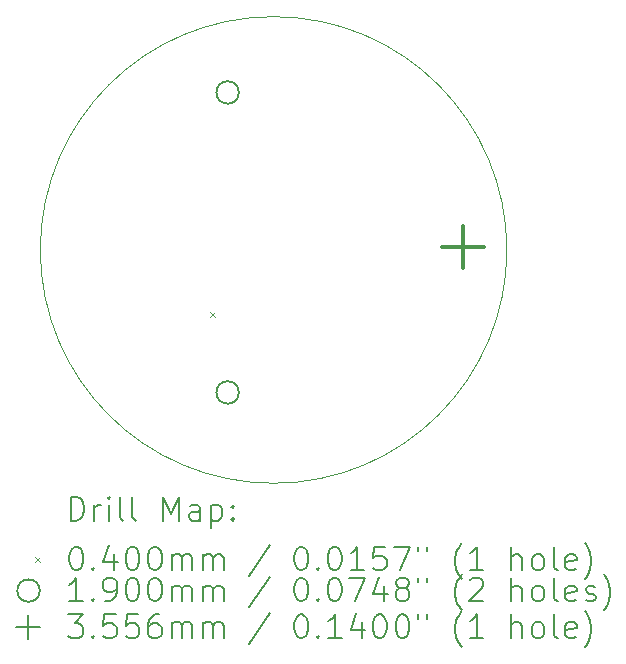
<source format=gbr>
%TF.GenerationSoftware,KiCad,Pcbnew,7.0.5*%
%TF.CreationDate,2024-01-30T00:46:46+01:00*%
%TF.ProjectId,DelaySw,44656c61-7953-4772-9e6b-696361645f70,rev?*%
%TF.SameCoordinates,Original*%
%TF.FileFunction,Drillmap*%
%TF.FilePolarity,Positive*%
%FSLAX45Y45*%
G04 Gerber Fmt 4.5, Leading zero omitted, Abs format (unit mm)*
G04 Created by KiCad (PCBNEW 7.0.5) date 2024-01-30 00:46:46*
%MOMM*%
%LPD*%
G01*
G04 APERTURE LIST*
%ADD10C,0.100000*%
%ADD11C,0.200000*%
%ADD12C,0.040000*%
%ADD13C,0.190000*%
%ADD14C,0.355600*%
G04 APERTURE END LIST*
D10*
X6289006Y-4203700D02*
G75*
G03*
X6289006Y-4203700I-1975122J0D01*
G01*
D11*
D12*
X3777300Y-4729800D02*
X3817300Y-4769800D01*
X3817300Y-4729800D02*
X3777300Y-4769800D01*
D13*
X4019900Y-2870200D02*
G75*
G03*
X4019900Y-2870200I-95000J0D01*
G01*
X4019900Y-5410200D02*
G75*
G03*
X4019900Y-5410200I-95000J0D01*
G01*
D14*
X5918200Y-4000500D02*
X5918200Y-4356100D01*
X5740400Y-4178300D02*
X6096000Y-4178300D01*
D11*
X2594539Y-6495305D02*
X2594539Y-6295305D01*
X2594539Y-6295305D02*
X2642158Y-6295305D01*
X2642158Y-6295305D02*
X2670730Y-6304829D01*
X2670730Y-6304829D02*
X2689777Y-6323877D01*
X2689777Y-6323877D02*
X2699301Y-6342924D01*
X2699301Y-6342924D02*
X2708825Y-6381020D01*
X2708825Y-6381020D02*
X2708825Y-6409591D01*
X2708825Y-6409591D02*
X2699301Y-6447686D01*
X2699301Y-6447686D02*
X2689777Y-6466734D01*
X2689777Y-6466734D02*
X2670730Y-6485782D01*
X2670730Y-6485782D02*
X2642158Y-6495305D01*
X2642158Y-6495305D02*
X2594539Y-6495305D01*
X2794539Y-6495305D02*
X2794539Y-6361972D01*
X2794539Y-6400067D02*
X2804063Y-6381020D01*
X2804063Y-6381020D02*
X2813587Y-6371496D01*
X2813587Y-6371496D02*
X2832634Y-6361972D01*
X2832634Y-6361972D02*
X2851682Y-6361972D01*
X2918349Y-6495305D02*
X2918349Y-6361972D01*
X2918349Y-6295305D02*
X2908825Y-6304829D01*
X2908825Y-6304829D02*
X2918349Y-6314353D01*
X2918349Y-6314353D02*
X2927872Y-6304829D01*
X2927872Y-6304829D02*
X2918349Y-6295305D01*
X2918349Y-6295305D02*
X2918349Y-6314353D01*
X3042158Y-6495305D02*
X3023111Y-6485782D01*
X3023111Y-6485782D02*
X3013587Y-6466734D01*
X3013587Y-6466734D02*
X3013587Y-6295305D01*
X3146920Y-6495305D02*
X3127872Y-6485782D01*
X3127872Y-6485782D02*
X3118349Y-6466734D01*
X3118349Y-6466734D02*
X3118349Y-6295305D01*
X3375492Y-6495305D02*
X3375492Y-6295305D01*
X3375492Y-6295305D02*
X3442158Y-6438163D01*
X3442158Y-6438163D02*
X3508825Y-6295305D01*
X3508825Y-6295305D02*
X3508825Y-6495305D01*
X3689777Y-6495305D02*
X3689777Y-6390544D01*
X3689777Y-6390544D02*
X3680253Y-6371496D01*
X3680253Y-6371496D02*
X3661206Y-6361972D01*
X3661206Y-6361972D02*
X3623111Y-6361972D01*
X3623111Y-6361972D02*
X3604063Y-6371496D01*
X3689777Y-6485782D02*
X3670730Y-6495305D01*
X3670730Y-6495305D02*
X3623111Y-6495305D01*
X3623111Y-6495305D02*
X3604063Y-6485782D01*
X3604063Y-6485782D02*
X3594539Y-6466734D01*
X3594539Y-6466734D02*
X3594539Y-6447686D01*
X3594539Y-6447686D02*
X3604063Y-6428639D01*
X3604063Y-6428639D02*
X3623111Y-6419115D01*
X3623111Y-6419115D02*
X3670730Y-6419115D01*
X3670730Y-6419115D02*
X3689777Y-6409591D01*
X3785015Y-6361972D02*
X3785015Y-6561972D01*
X3785015Y-6371496D02*
X3804063Y-6361972D01*
X3804063Y-6361972D02*
X3842158Y-6361972D01*
X3842158Y-6361972D02*
X3861206Y-6371496D01*
X3861206Y-6371496D02*
X3870730Y-6381020D01*
X3870730Y-6381020D02*
X3880253Y-6400067D01*
X3880253Y-6400067D02*
X3880253Y-6457210D01*
X3880253Y-6457210D02*
X3870730Y-6476258D01*
X3870730Y-6476258D02*
X3861206Y-6485782D01*
X3861206Y-6485782D02*
X3842158Y-6495305D01*
X3842158Y-6495305D02*
X3804063Y-6495305D01*
X3804063Y-6495305D02*
X3785015Y-6485782D01*
X3965968Y-6476258D02*
X3975492Y-6485782D01*
X3975492Y-6485782D02*
X3965968Y-6495305D01*
X3965968Y-6495305D02*
X3956444Y-6485782D01*
X3956444Y-6485782D02*
X3965968Y-6476258D01*
X3965968Y-6476258D02*
X3965968Y-6495305D01*
X3965968Y-6371496D02*
X3975492Y-6381020D01*
X3975492Y-6381020D02*
X3965968Y-6390544D01*
X3965968Y-6390544D02*
X3956444Y-6381020D01*
X3956444Y-6381020D02*
X3965968Y-6371496D01*
X3965968Y-6371496D02*
X3965968Y-6390544D01*
D12*
X2293762Y-6803822D02*
X2333762Y-6843822D01*
X2333762Y-6803822D02*
X2293762Y-6843822D01*
D11*
X2632634Y-6715305D02*
X2651682Y-6715305D01*
X2651682Y-6715305D02*
X2670730Y-6724829D01*
X2670730Y-6724829D02*
X2680254Y-6734353D01*
X2680254Y-6734353D02*
X2689777Y-6753401D01*
X2689777Y-6753401D02*
X2699301Y-6791496D01*
X2699301Y-6791496D02*
X2699301Y-6839115D01*
X2699301Y-6839115D02*
X2689777Y-6877210D01*
X2689777Y-6877210D02*
X2680254Y-6896258D01*
X2680254Y-6896258D02*
X2670730Y-6905782D01*
X2670730Y-6905782D02*
X2651682Y-6915305D01*
X2651682Y-6915305D02*
X2632634Y-6915305D01*
X2632634Y-6915305D02*
X2613587Y-6905782D01*
X2613587Y-6905782D02*
X2604063Y-6896258D01*
X2604063Y-6896258D02*
X2594539Y-6877210D01*
X2594539Y-6877210D02*
X2585015Y-6839115D01*
X2585015Y-6839115D02*
X2585015Y-6791496D01*
X2585015Y-6791496D02*
X2594539Y-6753401D01*
X2594539Y-6753401D02*
X2604063Y-6734353D01*
X2604063Y-6734353D02*
X2613587Y-6724829D01*
X2613587Y-6724829D02*
X2632634Y-6715305D01*
X2785015Y-6896258D02*
X2794539Y-6905782D01*
X2794539Y-6905782D02*
X2785015Y-6915305D01*
X2785015Y-6915305D02*
X2775492Y-6905782D01*
X2775492Y-6905782D02*
X2785015Y-6896258D01*
X2785015Y-6896258D02*
X2785015Y-6915305D01*
X2965968Y-6781972D02*
X2965968Y-6915305D01*
X2918349Y-6705782D02*
X2870730Y-6848639D01*
X2870730Y-6848639D02*
X2994539Y-6848639D01*
X3108825Y-6715305D02*
X3127873Y-6715305D01*
X3127873Y-6715305D02*
X3146920Y-6724829D01*
X3146920Y-6724829D02*
X3156444Y-6734353D01*
X3156444Y-6734353D02*
X3165968Y-6753401D01*
X3165968Y-6753401D02*
X3175492Y-6791496D01*
X3175492Y-6791496D02*
X3175492Y-6839115D01*
X3175492Y-6839115D02*
X3165968Y-6877210D01*
X3165968Y-6877210D02*
X3156444Y-6896258D01*
X3156444Y-6896258D02*
X3146920Y-6905782D01*
X3146920Y-6905782D02*
X3127873Y-6915305D01*
X3127873Y-6915305D02*
X3108825Y-6915305D01*
X3108825Y-6915305D02*
X3089777Y-6905782D01*
X3089777Y-6905782D02*
X3080253Y-6896258D01*
X3080253Y-6896258D02*
X3070730Y-6877210D01*
X3070730Y-6877210D02*
X3061206Y-6839115D01*
X3061206Y-6839115D02*
X3061206Y-6791496D01*
X3061206Y-6791496D02*
X3070730Y-6753401D01*
X3070730Y-6753401D02*
X3080253Y-6734353D01*
X3080253Y-6734353D02*
X3089777Y-6724829D01*
X3089777Y-6724829D02*
X3108825Y-6715305D01*
X3299301Y-6715305D02*
X3318349Y-6715305D01*
X3318349Y-6715305D02*
X3337396Y-6724829D01*
X3337396Y-6724829D02*
X3346920Y-6734353D01*
X3346920Y-6734353D02*
X3356444Y-6753401D01*
X3356444Y-6753401D02*
X3365968Y-6791496D01*
X3365968Y-6791496D02*
X3365968Y-6839115D01*
X3365968Y-6839115D02*
X3356444Y-6877210D01*
X3356444Y-6877210D02*
X3346920Y-6896258D01*
X3346920Y-6896258D02*
X3337396Y-6905782D01*
X3337396Y-6905782D02*
X3318349Y-6915305D01*
X3318349Y-6915305D02*
X3299301Y-6915305D01*
X3299301Y-6915305D02*
X3280253Y-6905782D01*
X3280253Y-6905782D02*
X3270730Y-6896258D01*
X3270730Y-6896258D02*
X3261206Y-6877210D01*
X3261206Y-6877210D02*
X3251682Y-6839115D01*
X3251682Y-6839115D02*
X3251682Y-6791496D01*
X3251682Y-6791496D02*
X3261206Y-6753401D01*
X3261206Y-6753401D02*
X3270730Y-6734353D01*
X3270730Y-6734353D02*
X3280253Y-6724829D01*
X3280253Y-6724829D02*
X3299301Y-6715305D01*
X3451682Y-6915305D02*
X3451682Y-6781972D01*
X3451682Y-6801020D02*
X3461206Y-6791496D01*
X3461206Y-6791496D02*
X3480253Y-6781972D01*
X3480253Y-6781972D02*
X3508825Y-6781972D01*
X3508825Y-6781972D02*
X3527873Y-6791496D01*
X3527873Y-6791496D02*
X3537396Y-6810544D01*
X3537396Y-6810544D02*
X3537396Y-6915305D01*
X3537396Y-6810544D02*
X3546920Y-6791496D01*
X3546920Y-6791496D02*
X3565968Y-6781972D01*
X3565968Y-6781972D02*
X3594539Y-6781972D01*
X3594539Y-6781972D02*
X3613587Y-6791496D01*
X3613587Y-6791496D02*
X3623111Y-6810544D01*
X3623111Y-6810544D02*
X3623111Y-6915305D01*
X3718349Y-6915305D02*
X3718349Y-6781972D01*
X3718349Y-6801020D02*
X3727873Y-6791496D01*
X3727873Y-6791496D02*
X3746920Y-6781972D01*
X3746920Y-6781972D02*
X3775492Y-6781972D01*
X3775492Y-6781972D02*
X3794539Y-6791496D01*
X3794539Y-6791496D02*
X3804063Y-6810544D01*
X3804063Y-6810544D02*
X3804063Y-6915305D01*
X3804063Y-6810544D02*
X3813587Y-6791496D01*
X3813587Y-6791496D02*
X3832634Y-6781972D01*
X3832634Y-6781972D02*
X3861206Y-6781972D01*
X3861206Y-6781972D02*
X3880254Y-6791496D01*
X3880254Y-6791496D02*
X3889777Y-6810544D01*
X3889777Y-6810544D02*
X3889777Y-6915305D01*
X4280254Y-6705782D02*
X4108825Y-6962924D01*
X4537397Y-6715305D02*
X4556444Y-6715305D01*
X4556444Y-6715305D02*
X4575492Y-6724829D01*
X4575492Y-6724829D02*
X4585016Y-6734353D01*
X4585016Y-6734353D02*
X4594539Y-6753401D01*
X4594539Y-6753401D02*
X4604063Y-6791496D01*
X4604063Y-6791496D02*
X4604063Y-6839115D01*
X4604063Y-6839115D02*
X4594539Y-6877210D01*
X4594539Y-6877210D02*
X4585016Y-6896258D01*
X4585016Y-6896258D02*
X4575492Y-6905782D01*
X4575492Y-6905782D02*
X4556444Y-6915305D01*
X4556444Y-6915305D02*
X4537397Y-6915305D01*
X4537397Y-6915305D02*
X4518349Y-6905782D01*
X4518349Y-6905782D02*
X4508825Y-6896258D01*
X4508825Y-6896258D02*
X4499301Y-6877210D01*
X4499301Y-6877210D02*
X4489778Y-6839115D01*
X4489778Y-6839115D02*
X4489778Y-6791496D01*
X4489778Y-6791496D02*
X4499301Y-6753401D01*
X4499301Y-6753401D02*
X4508825Y-6734353D01*
X4508825Y-6734353D02*
X4518349Y-6724829D01*
X4518349Y-6724829D02*
X4537397Y-6715305D01*
X4689778Y-6896258D02*
X4699301Y-6905782D01*
X4699301Y-6905782D02*
X4689778Y-6915305D01*
X4689778Y-6915305D02*
X4680254Y-6905782D01*
X4680254Y-6905782D02*
X4689778Y-6896258D01*
X4689778Y-6896258D02*
X4689778Y-6915305D01*
X4823111Y-6715305D02*
X4842159Y-6715305D01*
X4842159Y-6715305D02*
X4861206Y-6724829D01*
X4861206Y-6724829D02*
X4870730Y-6734353D01*
X4870730Y-6734353D02*
X4880254Y-6753401D01*
X4880254Y-6753401D02*
X4889778Y-6791496D01*
X4889778Y-6791496D02*
X4889778Y-6839115D01*
X4889778Y-6839115D02*
X4880254Y-6877210D01*
X4880254Y-6877210D02*
X4870730Y-6896258D01*
X4870730Y-6896258D02*
X4861206Y-6905782D01*
X4861206Y-6905782D02*
X4842159Y-6915305D01*
X4842159Y-6915305D02*
X4823111Y-6915305D01*
X4823111Y-6915305D02*
X4804063Y-6905782D01*
X4804063Y-6905782D02*
X4794539Y-6896258D01*
X4794539Y-6896258D02*
X4785016Y-6877210D01*
X4785016Y-6877210D02*
X4775492Y-6839115D01*
X4775492Y-6839115D02*
X4775492Y-6791496D01*
X4775492Y-6791496D02*
X4785016Y-6753401D01*
X4785016Y-6753401D02*
X4794539Y-6734353D01*
X4794539Y-6734353D02*
X4804063Y-6724829D01*
X4804063Y-6724829D02*
X4823111Y-6715305D01*
X5080254Y-6915305D02*
X4965968Y-6915305D01*
X5023111Y-6915305D02*
X5023111Y-6715305D01*
X5023111Y-6715305D02*
X5004063Y-6743877D01*
X5004063Y-6743877D02*
X4985016Y-6762924D01*
X4985016Y-6762924D02*
X4965968Y-6772448D01*
X5261206Y-6715305D02*
X5165968Y-6715305D01*
X5165968Y-6715305D02*
X5156444Y-6810544D01*
X5156444Y-6810544D02*
X5165968Y-6801020D01*
X5165968Y-6801020D02*
X5185016Y-6791496D01*
X5185016Y-6791496D02*
X5232635Y-6791496D01*
X5232635Y-6791496D02*
X5251682Y-6801020D01*
X5251682Y-6801020D02*
X5261206Y-6810544D01*
X5261206Y-6810544D02*
X5270730Y-6829591D01*
X5270730Y-6829591D02*
X5270730Y-6877210D01*
X5270730Y-6877210D02*
X5261206Y-6896258D01*
X5261206Y-6896258D02*
X5251682Y-6905782D01*
X5251682Y-6905782D02*
X5232635Y-6915305D01*
X5232635Y-6915305D02*
X5185016Y-6915305D01*
X5185016Y-6915305D02*
X5165968Y-6905782D01*
X5165968Y-6905782D02*
X5156444Y-6896258D01*
X5337397Y-6715305D02*
X5470730Y-6715305D01*
X5470730Y-6715305D02*
X5385016Y-6915305D01*
X5537397Y-6715305D02*
X5537397Y-6753401D01*
X5613587Y-6715305D02*
X5613587Y-6753401D01*
X5908825Y-6991496D02*
X5899301Y-6981972D01*
X5899301Y-6981972D02*
X5880254Y-6953401D01*
X5880254Y-6953401D02*
X5870730Y-6934353D01*
X5870730Y-6934353D02*
X5861206Y-6905782D01*
X5861206Y-6905782D02*
X5851682Y-6858163D01*
X5851682Y-6858163D02*
X5851682Y-6820067D01*
X5851682Y-6820067D02*
X5861206Y-6772448D01*
X5861206Y-6772448D02*
X5870730Y-6743877D01*
X5870730Y-6743877D02*
X5880254Y-6724829D01*
X5880254Y-6724829D02*
X5899301Y-6696258D01*
X5899301Y-6696258D02*
X5908825Y-6686734D01*
X6089778Y-6915305D02*
X5975492Y-6915305D01*
X6032635Y-6915305D02*
X6032635Y-6715305D01*
X6032635Y-6715305D02*
X6013587Y-6743877D01*
X6013587Y-6743877D02*
X5994539Y-6762924D01*
X5994539Y-6762924D02*
X5975492Y-6772448D01*
X6327873Y-6915305D02*
X6327873Y-6715305D01*
X6413587Y-6915305D02*
X6413587Y-6810544D01*
X6413587Y-6810544D02*
X6404063Y-6791496D01*
X6404063Y-6791496D02*
X6385016Y-6781972D01*
X6385016Y-6781972D02*
X6356444Y-6781972D01*
X6356444Y-6781972D02*
X6337397Y-6791496D01*
X6337397Y-6791496D02*
X6327873Y-6801020D01*
X6537397Y-6915305D02*
X6518349Y-6905782D01*
X6518349Y-6905782D02*
X6508825Y-6896258D01*
X6508825Y-6896258D02*
X6499301Y-6877210D01*
X6499301Y-6877210D02*
X6499301Y-6820067D01*
X6499301Y-6820067D02*
X6508825Y-6801020D01*
X6508825Y-6801020D02*
X6518349Y-6791496D01*
X6518349Y-6791496D02*
X6537397Y-6781972D01*
X6537397Y-6781972D02*
X6565968Y-6781972D01*
X6565968Y-6781972D02*
X6585016Y-6791496D01*
X6585016Y-6791496D02*
X6594540Y-6801020D01*
X6594540Y-6801020D02*
X6604063Y-6820067D01*
X6604063Y-6820067D02*
X6604063Y-6877210D01*
X6604063Y-6877210D02*
X6594540Y-6896258D01*
X6594540Y-6896258D02*
X6585016Y-6905782D01*
X6585016Y-6905782D02*
X6565968Y-6915305D01*
X6565968Y-6915305D02*
X6537397Y-6915305D01*
X6718349Y-6915305D02*
X6699301Y-6905782D01*
X6699301Y-6905782D02*
X6689778Y-6886734D01*
X6689778Y-6886734D02*
X6689778Y-6715305D01*
X6870730Y-6905782D02*
X6851682Y-6915305D01*
X6851682Y-6915305D02*
X6813587Y-6915305D01*
X6813587Y-6915305D02*
X6794540Y-6905782D01*
X6794540Y-6905782D02*
X6785016Y-6886734D01*
X6785016Y-6886734D02*
X6785016Y-6810544D01*
X6785016Y-6810544D02*
X6794540Y-6791496D01*
X6794540Y-6791496D02*
X6813587Y-6781972D01*
X6813587Y-6781972D02*
X6851682Y-6781972D01*
X6851682Y-6781972D02*
X6870730Y-6791496D01*
X6870730Y-6791496D02*
X6880254Y-6810544D01*
X6880254Y-6810544D02*
X6880254Y-6829591D01*
X6880254Y-6829591D02*
X6785016Y-6848639D01*
X6946921Y-6991496D02*
X6956444Y-6981972D01*
X6956444Y-6981972D02*
X6975492Y-6953401D01*
X6975492Y-6953401D02*
X6985016Y-6934353D01*
X6985016Y-6934353D02*
X6994540Y-6905782D01*
X6994540Y-6905782D02*
X7004063Y-6858163D01*
X7004063Y-6858163D02*
X7004063Y-6820067D01*
X7004063Y-6820067D02*
X6994540Y-6772448D01*
X6994540Y-6772448D02*
X6985016Y-6743877D01*
X6985016Y-6743877D02*
X6975492Y-6724829D01*
X6975492Y-6724829D02*
X6956444Y-6696258D01*
X6956444Y-6696258D02*
X6946921Y-6686734D01*
D13*
X2333762Y-7087822D02*
G75*
G03*
X2333762Y-7087822I-95000J0D01*
G01*
D11*
X2699301Y-7179305D02*
X2585015Y-7179305D01*
X2642158Y-7179305D02*
X2642158Y-6979305D01*
X2642158Y-6979305D02*
X2623111Y-7007877D01*
X2623111Y-7007877D02*
X2604063Y-7026924D01*
X2604063Y-7026924D02*
X2585015Y-7036448D01*
X2785015Y-7160258D02*
X2794539Y-7169782D01*
X2794539Y-7169782D02*
X2785015Y-7179305D01*
X2785015Y-7179305D02*
X2775492Y-7169782D01*
X2775492Y-7169782D02*
X2785015Y-7160258D01*
X2785015Y-7160258D02*
X2785015Y-7179305D01*
X2889777Y-7179305D02*
X2927872Y-7179305D01*
X2927872Y-7179305D02*
X2946920Y-7169782D01*
X2946920Y-7169782D02*
X2956444Y-7160258D01*
X2956444Y-7160258D02*
X2975492Y-7131686D01*
X2975492Y-7131686D02*
X2985015Y-7093591D01*
X2985015Y-7093591D02*
X2985015Y-7017401D01*
X2985015Y-7017401D02*
X2975492Y-6998353D01*
X2975492Y-6998353D02*
X2965968Y-6988829D01*
X2965968Y-6988829D02*
X2946920Y-6979305D01*
X2946920Y-6979305D02*
X2908825Y-6979305D01*
X2908825Y-6979305D02*
X2889777Y-6988829D01*
X2889777Y-6988829D02*
X2880253Y-6998353D01*
X2880253Y-6998353D02*
X2870730Y-7017401D01*
X2870730Y-7017401D02*
X2870730Y-7065020D01*
X2870730Y-7065020D02*
X2880253Y-7084067D01*
X2880253Y-7084067D02*
X2889777Y-7093591D01*
X2889777Y-7093591D02*
X2908825Y-7103115D01*
X2908825Y-7103115D02*
X2946920Y-7103115D01*
X2946920Y-7103115D02*
X2965968Y-7093591D01*
X2965968Y-7093591D02*
X2975492Y-7084067D01*
X2975492Y-7084067D02*
X2985015Y-7065020D01*
X3108825Y-6979305D02*
X3127873Y-6979305D01*
X3127873Y-6979305D02*
X3146920Y-6988829D01*
X3146920Y-6988829D02*
X3156444Y-6998353D01*
X3156444Y-6998353D02*
X3165968Y-7017401D01*
X3165968Y-7017401D02*
X3175492Y-7055496D01*
X3175492Y-7055496D02*
X3175492Y-7103115D01*
X3175492Y-7103115D02*
X3165968Y-7141210D01*
X3165968Y-7141210D02*
X3156444Y-7160258D01*
X3156444Y-7160258D02*
X3146920Y-7169782D01*
X3146920Y-7169782D02*
X3127873Y-7179305D01*
X3127873Y-7179305D02*
X3108825Y-7179305D01*
X3108825Y-7179305D02*
X3089777Y-7169782D01*
X3089777Y-7169782D02*
X3080253Y-7160258D01*
X3080253Y-7160258D02*
X3070730Y-7141210D01*
X3070730Y-7141210D02*
X3061206Y-7103115D01*
X3061206Y-7103115D02*
X3061206Y-7055496D01*
X3061206Y-7055496D02*
X3070730Y-7017401D01*
X3070730Y-7017401D02*
X3080253Y-6998353D01*
X3080253Y-6998353D02*
X3089777Y-6988829D01*
X3089777Y-6988829D02*
X3108825Y-6979305D01*
X3299301Y-6979305D02*
X3318349Y-6979305D01*
X3318349Y-6979305D02*
X3337396Y-6988829D01*
X3337396Y-6988829D02*
X3346920Y-6998353D01*
X3346920Y-6998353D02*
X3356444Y-7017401D01*
X3356444Y-7017401D02*
X3365968Y-7055496D01*
X3365968Y-7055496D02*
X3365968Y-7103115D01*
X3365968Y-7103115D02*
X3356444Y-7141210D01*
X3356444Y-7141210D02*
X3346920Y-7160258D01*
X3346920Y-7160258D02*
X3337396Y-7169782D01*
X3337396Y-7169782D02*
X3318349Y-7179305D01*
X3318349Y-7179305D02*
X3299301Y-7179305D01*
X3299301Y-7179305D02*
X3280253Y-7169782D01*
X3280253Y-7169782D02*
X3270730Y-7160258D01*
X3270730Y-7160258D02*
X3261206Y-7141210D01*
X3261206Y-7141210D02*
X3251682Y-7103115D01*
X3251682Y-7103115D02*
X3251682Y-7055496D01*
X3251682Y-7055496D02*
X3261206Y-7017401D01*
X3261206Y-7017401D02*
X3270730Y-6998353D01*
X3270730Y-6998353D02*
X3280253Y-6988829D01*
X3280253Y-6988829D02*
X3299301Y-6979305D01*
X3451682Y-7179305D02*
X3451682Y-7045972D01*
X3451682Y-7065020D02*
X3461206Y-7055496D01*
X3461206Y-7055496D02*
X3480253Y-7045972D01*
X3480253Y-7045972D02*
X3508825Y-7045972D01*
X3508825Y-7045972D02*
X3527873Y-7055496D01*
X3527873Y-7055496D02*
X3537396Y-7074544D01*
X3537396Y-7074544D02*
X3537396Y-7179305D01*
X3537396Y-7074544D02*
X3546920Y-7055496D01*
X3546920Y-7055496D02*
X3565968Y-7045972D01*
X3565968Y-7045972D02*
X3594539Y-7045972D01*
X3594539Y-7045972D02*
X3613587Y-7055496D01*
X3613587Y-7055496D02*
X3623111Y-7074544D01*
X3623111Y-7074544D02*
X3623111Y-7179305D01*
X3718349Y-7179305D02*
X3718349Y-7045972D01*
X3718349Y-7065020D02*
X3727873Y-7055496D01*
X3727873Y-7055496D02*
X3746920Y-7045972D01*
X3746920Y-7045972D02*
X3775492Y-7045972D01*
X3775492Y-7045972D02*
X3794539Y-7055496D01*
X3794539Y-7055496D02*
X3804063Y-7074544D01*
X3804063Y-7074544D02*
X3804063Y-7179305D01*
X3804063Y-7074544D02*
X3813587Y-7055496D01*
X3813587Y-7055496D02*
X3832634Y-7045972D01*
X3832634Y-7045972D02*
X3861206Y-7045972D01*
X3861206Y-7045972D02*
X3880254Y-7055496D01*
X3880254Y-7055496D02*
X3889777Y-7074544D01*
X3889777Y-7074544D02*
X3889777Y-7179305D01*
X4280254Y-6969782D02*
X4108825Y-7226924D01*
X4537397Y-6979305D02*
X4556444Y-6979305D01*
X4556444Y-6979305D02*
X4575492Y-6988829D01*
X4575492Y-6988829D02*
X4585016Y-6998353D01*
X4585016Y-6998353D02*
X4594539Y-7017401D01*
X4594539Y-7017401D02*
X4604063Y-7055496D01*
X4604063Y-7055496D02*
X4604063Y-7103115D01*
X4604063Y-7103115D02*
X4594539Y-7141210D01*
X4594539Y-7141210D02*
X4585016Y-7160258D01*
X4585016Y-7160258D02*
X4575492Y-7169782D01*
X4575492Y-7169782D02*
X4556444Y-7179305D01*
X4556444Y-7179305D02*
X4537397Y-7179305D01*
X4537397Y-7179305D02*
X4518349Y-7169782D01*
X4518349Y-7169782D02*
X4508825Y-7160258D01*
X4508825Y-7160258D02*
X4499301Y-7141210D01*
X4499301Y-7141210D02*
X4489778Y-7103115D01*
X4489778Y-7103115D02*
X4489778Y-7055496D01*
X4489778Y-7055496D02*
X4499301Y-7017401D01*
X4499301Y-7017401D02*
X4508825Y-6998353D01*
X4508825Y-6998353D02*
X4518349Y-6988829D01*
X4518349Y-6988829D02*
X4537397Y-6979305D01*
X4689778Y-7160258D02*
X4699301Y-7169782D01*
X4699301Y-7169782D02*
X4689778Y-7179305D01*
X4689778Y-7179305D02*
X4680254Y-7169782D01*
X4680254Y-7169782D02*
X4689778Y-7160258D01*
X4689778Y-7160258D02*
X4689778Y-7179305D01*
X4823111Y-6979305D02*
X4842159Y-6979305D01*
X4842159Y-6979305D02*
X4861206Y-6988829D01*
X4861206Y-6988829D02*
X4870730Y-6998353D01*
X4870730Y-6998353D02*
X4880254Y-7017401D01*
X4880254Y-7017401D02*
X4889778Y-7055496D01*
X4889778Y-7055496D02*
X4889778Y-7103115D01*
X4889778Y-7103115D02*
X4880254Y-7141210D01*
X4880254Y-7141210D02*
X4870730Y-7160258D01*
X4870730Y-7160258D02*
X4861206Y-7169782D01*
X4861206Y-7169782D02*
X4842159Y-7179305D01*
X4842159Y-7179305D02*
X4823111Y-7179305D01*
X4823111Y-7179305D02*
X4804063Y-7169782D01*
X4804063Y-7169782D02*
X4794539Y-7160258D01*
X4794539Y-7160258D02*
X4785016Y-7141210D01*
X4785016Y-7141210D02*
X4775492Y-7103115D01*
X4775492Y-7103115D02*
X4775492Y-7055496D01*
X4775492Y-7055496D02*
X4785016Y-7017401D01*
X4785016Y-7017401D02*
X4794539Y-6998353D01*
X4794539Y-6998353D02*
X4804063Y-6988829D01*
X4804063Y-6988829D02*
X4823111Y-6979305D01*
X4956444Y-6979305D02*
X5089778Y-6979305D01*
X5089778Y-6979305D02*
X5004063Y-7179305D01*
X5251682Y-7045972D02*
X5251682Y-7179305D01*
X5204063Y-6969782D02*
X5156444Y-7112639D01*
X5156444Y-7112639D02*
X5280254Y-7112639D01*
X5385016Y-7065020D02*
X5365968Y-7055496D01*
X5365968Y-7055496D02*
X5356444Y-7045972D01*
X5356444Y-7045972D02*
X5346920Y-7026924D01*
X5346920Y-7026924D02*
X5346920Y-7017401D01*
X5346920Y-7017401D02*
X5356444Y-6998353D01*
X5356444Y-6998353D02*
X5365968Y-6988829D01*
X5365968Y-6988829D02*
X5385016Y-6979305D01*
X5385016Y-6979305D02*
X5423111Y-6979305D01*
X5423111Y-6979305D02*
X5442159Y-6988829D01*
X5442159Y-6988829D02*
X5451682Y-6998353D01*
X5451682Y-6998353D02*
X5461206Y-7017401D01*
X5461206Y-7017401D02*
X5461206Y-7026924D01*
X5461206Y-7026924D02*
X5451682Y-7045972D01*
X5451682Y-7045972D02*
X5442159Y-7055496D01*
X5442159Y-7055496D02*
X5423111Y-7065020D01*
X5423111Y-7065020D02*
X5385016Y-7065020D01*
X5385016Y-7065020D02*
X5365968Y-7074544D01*
X5365968Y-7074544D02*
X5356444Y-7084067D01*
X5356444Y-7084067D02*
X5346920Y-7103115D01*
X5346920Y-7103115D02*
X5346920Y-7141210D01*
X5346920Y-7141210D02*
X5356444Y-7160258D01*
X5356444Y-7160258D02*
X5365968Y-7169782D01*
X5365968Y-7169782D02*
X5385016Y-7179305D01*
X5385016Y-7179305D02*
X5423111Y-7179305D01*
X5423111Y-7179305D02*
X5442159Y-7169782D01*
X5442159Y-7169782D02*
X5451682Y-7160258D01*
X5451682Y-7160258D02*
X5461206Y-7141210D01*
X5461206Y-7141210D02*
X5461206Y-7103115D01*
X5461206Y-7103115D02*
X5451682Y-7084067D01*
X5451682Y-7084067D02*
X5442159Y-7074544D01*
X5442159Y-7074544D02*
X5423111Y-7065020D01*
X5537397Y-6979305D02*
X5537397Y-7017401D01*
X5613587Y-6979305D02*
X5613587Y-7017401D01*
X5908825Y-7255496D02*
X5899301Y-7245972D01*
X5899301Y-7245972D02*
X5880254Y-7217401D01*
X5880254Y-7217401D02*
X5870730Y-7198353D01*
X5870730Y-7198353D02*
X5861206Y-7169782D01*
X5861206Y-7169782D02*
X5851682Y-7122163D01*
X5851682Y-7122163D02*
X5851682Y-7084067D01*
X5851682Y-7084067D02*
X5861206Y-7036448D01*
X5861206Y-7036448D02*
X5870730Y-7007877D01*
X5870730Y-7007877D02*
X5880254Y-6988829D01*
X5880254Y-6988829D02*
X5899301Y-6960258D01*
X5899301Y-6960258D02*
X5908825Y-6950734D01*
X5975492Y-6998353D02*
X5985016Y-6988829D01*
X5985016Y-6988829D02*
X6004063Y-6979305D01*
X6004063Y-6979305D02*
X6051682Y-6979305D01*
X6051682Y-6979305D02*
X6070730Y-6988829D01*
X6070730Y-6988829D02*
X6080254Y-6998353D01*
X6080254Y-6998353D02*
X6089778Y-7017401D01*
X6089778Y-7017401D02*
X6089778Y-7036448D01*
X6089778Y-7036448D02*
X6080254Y-7065020D01*
X6080254Y-7065020D02*
X5965968Y-7179305D01*
X5965968Y-7179305D02*
X6089778Y-7179305D01*
X6327873Y-7179305D02*
X6327873Y-6979305D01*
X6413587Y-7179305D02*
X6413587Y-7074544D01*
X6413587Y-7074544D02*
X6404063Y-7055496D01*
X6404063Y-7055496D02*
X6385016Y-7045972D01*
X6385016Y-7045972D02*
X6356444Y-7045972D01*
X6356444Y-7045972D02*
X6337397Y-7055496D01*
X6337397Y-7055496D02*
X6327873Y-7065020D01*
X6537397Y-7179305D02*
X6518349Y-7169782D01*
X6518349Y-7169782D02*
X6508825Y-7160258D01*
X6508825Y-7160258D02*
X6499301Y-7141210D01*
X6499301Y-7141210D02*
X6499301Y-7084067D01*
X6499301Y-7084067D02*
X6508825Y-7065020D01*
X6508825Y-7065020D02*
X6518349Y-7055496D01*
X6518349Y-7055496D02*
X6537397Y-7045972D01*
X6537397Y-7045972D02*
X6565968Y-7045972D01*
X6565968Y-7045972D02*
X6585016Y-7055496D01*
X6585016Y-7055496D02*
X6594540Y-7065020D01*
X6594540Y-7065020D02*
X6604063Y-7084067D01*
X6604063Y-7084067D02*
X6604063Y-7141210D01*
X6604063Y-7141210D02*
X6594540Y-7160258D01*
X6594540Y-7160258D02*
X6585016Y-7169782D01*
X6585016Y-7169782D02*
X6565968Y-7179305D01*
X6565968Y-7179305D02*
X6537397Y-7179305D01*
X6718349Y-7179305D02*
X6699301Y-7169782D01*
X6699301Y-7169782D02*
X6689778Y-7150734D01*
X6689778Y-7150734D02*
X6689778Y-6979305D01*
X6870730Y-7169782D02*
X6851682Y-7179305D01*
X6851682Y-7179305D02*
X6813587Y-7179305D01*
X6813587Y-7179305D02*
X6794540Y-7169782D01*
X6794540Y-7169782D02*
X6785016Y-7150734D01*
X6785016Y-7150734D02*
X6785016Y-7074544D01*
X6785016Y-7074544D02*
X6794540Y-7055496D01*
X6794540Y-7055496D02*
X6813587Y-7045972D01*
X6813587Y-7045972D02*
X6851682Y-7045972D01*
X6851682Y-7045972D02*
X6870730Y-7055496D01*
X6870730Y-7055496D02*
X6880254Y-7074544D01*
X6880254Y-7074544D02*
X6880254Y-7093591D01*
X6880254Y-7093591D02*
X6785016Y-7112639D01*
X6956444Y-7169782D02*
X6975492Y-7179305D01*
X6975492Y-7179305D02*
X7013587Y-7179305D01*
X7013587Y-7179305D02*
X7032635Y-7169782D01*
X7032635Y-7169782D02*
X7042159Y-7150734D01*
X7042159Y-7150734D02*
X7042159Y-7141210D01*
X7042159Y-7141210D02*
X7032635Y-7122163D01*
X7032635Y-7122163D02*
X7013587Y-7112639D01*
X7013587Y-7112639D02*
X6985016Y-7112639D01*
X6985016Y-7112639D02*
X6965968Y-7103115D01*
X6965968Y-7103115D02*
X6956444Y-7084067D01*
X6956444Y-7084067D02*
X6956444Y-7074544D01*
X6956444Y-7074544D02*
X6965968Y-7055496D01*
X6965968Y-7055496D02*
X6985016Y-7045972D01*
X6985016Y-7045972D02*
X7013587Y-7045972D01*
X7013587Y-7045972D02*
X7032635Y-7055496D01*
X7108825Y-7255496D02*
X7118349Y-7245972D01*
X7118349Y-7245972D02*
X7137397Y-7217401D01*
X7137397Y-7217401D02*
X7146921Y-7198353D01*
X7146921Y-7198353D02*
X7156444Y-7169782D01*
X7156444Y-7169782D02*
X7165968Y-7122163D01*
X7165968Y-7122163D02*
X7165968Y-7084067D01*
X7165968Y-7084067D02*
X7156444Y-7036448D01*
X7156444Y-7036448D02*
X7146921Y-7007877D01*
X7146921Y-7007877D02*
X7137397Y-6988829D01*
X7137397Y-6988829D02*
X7118349Y-6960258D01*
X7118349Y-6960258D02*
X7108825Y-6950734D01*
X2233762Y-7297822D02*
X2233762Y-7497822D01*
X2133762Y-7397822D02*
X2333762Y-7397822D01*
X2575492Y-7289305D02*
X2699301Y-7289305D01*
X2699301Y-7289305D02*
X2632634Y-7365496D01*
X2632634Y-7365496D02*
X2661206Y-7365496D01*
X2661206Y-7365496D02*
X2680254Y-7375020D01*
X2680254Y-7375020D02*
X2689777Y-7384544D01*
X2689777Y-7384544D02*
X2699301Y-7403591D01*
X2699301Y-7403591D02*
X2699301Y-7451210D01*
X2699301Y-7451210D02*
X2689777Y-7470258D01*
X2689777Y-7470258D02*
X2680254Y-7479782D01*
X2680254Y-7479782D02*
X2661206Y-7489305D01*
X2661206Y-7489305D02*
X2604063Y-7489305D01*
X2604063Y-7489305D02*
X2585015Y-7479782D01*
X2585015Y-7479782D02*
X2575492Y-7470258D01*
X2785015Y-7470258D02*
X2794539Y-7479782D01*
X2794539Y-7479782D02*
X2785015Y-7489305D01*
X2785015Y-7489305D02*
X2775492Y-7479782D01*
X2775492Y-7479782D02*
X2785015Y-7470258D01*
X2785015Y-7470258D02*
X2785015Y-7489305D01*
X2975492Y-7289305D02*
X2880253Y-7289305D01*
X2880253Y-7289305D02*
X2870730Y-7384544D01*
X2870730Y-7384544D02*
X2880253Y-7375020D01*
X2880253Y-7375020D02*
X2899301Y-7365496D01*
X2899301Y-7365496D02*
X2946920Y-7365496D01*
X2946920Y-7365496D02*
X2965968Y-7375020D01*
X2965968Y-7375020D02*
X2975492Y-7384544D01*
X2975492Y-7384544D02*
X2985015Y-7403591D01*
X2985015Y-7403591D02*
X2985015Y-7451210D01*
X2985015Y-7451210D02*
X2975492Y-7470258D01*
X2975492Y-7470258D02*
X2965968Y-7479782D01*
X2965968Y-7479782D02*
X2946920Y-7489305D01*
X2946920Y-7489305D02*
X2899301Y-7489305D01*
X2899301Y-7489305D02*
X2880253Y-7479782D01*
X2880253Y-7479782D02*
X2870730Y-7470258D01*
X3165968Y-7289305D02*
X3070730Y-7289305D01*
X3070730Y-7289305D02*
X3061206Y-7384544D01*
X3061206Y-7384544D02*
X3070730Y-7375020D01*
X3070730Y-7375020D02*
X3089777Y-7365496D01*
X3089777Y-7365496D02*
X3137396Y-7365496D01*
X3137396Y-7365496D02*
X3156444Y-7375020D01*
X3156444Y-7375020D02*
X3165968Y-7384544D01*
X3165968Y-7384544D02*
X3175492Y-7403591D01*
X3175492Y-7403591D02*
X3175492Y-7451210D01*
X3175492Y-7451210D02*
X3165968Y-7470258D01*
X3165968Y-7470258D02*
X3156444Y-7479782D01*
X3156444Y-7479782D02*
X3137396Y-7489305D01*
X3137396Y-7489305D02*
X3089777Y-7489305D01*
X3089777Y-7489305D02*
X3070730Y-7479782D01*
X3070730Y-7479782D02*
X3061206Y-7470258D01*
X3346920Y-7289305D02*
X3308825Y-7289305D01*
X3308825Y-7289305D02*
X3289777Y-7298829D01*
X3289777Y-7298829D02*
X3280253Y-7308353D01*
X3280253Y-7308353D02*
X3261206Y-7336924D01*
X3261206Y-7336924D02*
X3251682Y-7375020D01*
X3251682Y-7375020D02*
X3251682Y-7451210D01*
X3251682Y-7451210D02*
X3261206Y-7470258D01*
X3261206Y-7470258D02*
X3270730Y-7479782D01*
X3270730Y-7479782D02*
X3289777Y-7489305D01*
X3289777Y-7489305D02*
X3327873Y-7489305D01*
X3327873Y-7489305D02*
X3346920Y-7479782D01*
X3346920Y-7479782D02*
X3356444Y-7470258D01*
X3356444Y-7470258D02*
X3365968Y-7451210D01*
X3365968Y-7451210D02*
X3365968Y-7403591D01*
X3365968Y-7403591D02*
X3356444Y-7384544D01*
X3356444Y-7384544D02*
X3346920Y-7375020D01*
X3346920Y-7375020D02*
X3327873Y-7365496D01*
X3327873Y-7365496D02*
X3289777Y-7365496D01*
X3289777Y-7365496D02*
X3270730Y-7375020D01*
X3270730Y-7375020D02*
X3261206Y-7384544D01*
X3261206Y-7384544D02*
X3251682Y-7403591D01*
X3451682Y-7489305D02*
X3451682Y-7355972D01*
X3451682Y-7375020D02*
X3461206Y-7365496D01*
X3461206Y-7365496D02*
X3480253Y-7355972D01*
X3480253Y-7355972D02*
X3508825Y-7355972D01*
X3508825Y-7355972D02*
X3527873Y-7365496D01*
X3527873Y-7365496D02*
X3537396Y-7384544D01*
X3537396Y-7384544D02*
X3537396Y-7489305D01*
X3537396Y-7384544D02*
X3546920Y-7365496D01*
X3546920Y-7365496D02*
X3565968Y-7355972D01*
X3565968Y-7355972D02*
X3594539Y-7355972D01*
X3594539Y-7355972D02*
X3613587Y-7365496D01*
X3613587Y-7365496D02*
X3623111Y-7384544D01*
X3623111Y-7384544D02*
X3623111Y-7489305D01*
X3718349Y-7489305D02*
X3718349Y-7355972D01*
X3718349Y-7375020D02*
X3727873Y-7365496D01*
X3727873Y-7365496D02*
X3746920Y-7355972D01*
X3746920Y-7355972D02*
X3775492Y-7355972D01*
X3775492Y-7355972D02*
X3794539Y-7365496D01*
X3794539Y-7365496D02*
X3804063Y-7384544D01*
X3804063Y-7384544D02*
X3804063Y-7489305D01*
X3804063Y-7384544D02*
X3813587Y-7365496D01*
X3813587Y-7365496D02*
X3832634Y-7355972D01*
X3832634Y-7355972D02*
X3861206Y-7355972D01*
X3861206Y-7355972D02*
X3880254Y-7365496D01*
X3880254Y-7365496D02*
X3889777Y-7384544D01*
X3889777Y-7384544D02*
X3889777Y-7489305D01*
X4280254Y-7279782D02*
X4108825Y-7536924D01*
X4537397Y-7289305D02*
X4556444Y-7289305D01*
X4556444Y-7289305D02*
X4575492Y-7298829D01*
X4575492Y-7298829D02*
X4585016Y-7308353D01*
X4585016Y-7308353D02*
X4594539Y-7327401D01*
X4594539Y-7327401D02*
X4604063Y-7365496D01*
X4604063Y-7365496D02*
X4604063Y-7413115D01*
X4604063Y-7413115D02*
X4594539Y-7451210D01*
X4594539Y-7451210D02*
X4585016Y-7470258D01*
X4585016Y-7470258D02*
X4575492Y-7479782D01*
X4575492Y-7479782D02*
X4556444Y-7489305D01*
X4556444Y-7489305D02*
X4537397Y-7489305D01*
X4537397Y-7489305D02*
X4518349Y-7479782D01*
X4518349Y-7479782D02*
X4508825Y-7470258D01*
X4508825Y-7470258D02*
X4499301Y-7451210D01*
X4499301Y-7451210D02*
X4489778Y-7413115D01*
X4489778Y-7413115D02*
X4489778Y-7365496D01*
X4489778Y-7365496D02*
X4499301Y-7327401D01*
X4499301Y-7327401D02*
X4508825Y-7308353D01*
X4508825Y-7308353D02*
X4518349Y-7298829D01*
X4518349Y-7298829D02*
X4537397Y-7289305D01*
X4689778Y-7470258D02*
X4699301Y-7479782D01*
X4699301Y-7479782D02*
X4689778Y-7489305D01*
X4689778Y-7489305D02*
X4680254Y-7479782D01*
X4680254Y-7479782D02*
X4689778Y-7470258D01*
X4689778Y-7470258D02*
X4689778Y-7489305D01*
X4889778Y-7489305D02*
X4775492Y-7489305D01*
X4832635Y-7489305D02*
X4832635Y-7289305D01*
X4832635Y-7289305D02*
X4813587Y-7317877D01*
X4813587Y-7317877D02*
X4794539Y-7336924D01*
X4794539Y-7336924D02*
X4775492Y-7346448D01*
X5061206Y-7355972D02*
X5061206Y-7489305D01*
X5013587Y-7279782D02*
X4965968Y-7422639D01*
X4965968Y-7422639D02*
X5089778Y-7422639D01*
X5204063Y-7289305D02*
X5223111Y-7289305D01*
X5223111Y-7289305D02*
X5242159Y-7298829D01*
X5242159Y-7298829D02*
X5251682Y-7308353D01*
X5251682Y-7308353D02*
X5261206Y-7327401D01*
X5261206Y-7327401D02*
X5270730Y-7365496D01*
X5270730Y-7365496D02*
X5270730Y-7413115D01*
X5270730Y-7413115D02*
X5261206Y-7451210D01*
X5261206Y-7451210D02*
X5251682Y-7470258D01*
X5251682Y-7470258D02*
X5242159Y-7479782D01*
X5242159Y-7479782D02*
X5223111Y-7489305D01*
X5223111Y-7489305D02*
X5204063Y-7489305D01*
X5204063Y-7489305D02*
X5185016Y-7479782D01*
X5185016Y-7479782D02*
X5175492Y-7470258D01*
X5175492Y-7470258D02*
X5165968Y-7451210D01*
X5165968Y-7451210D02*
X5156444Y-7413115D01*
X5156444Y-7413115D02*
X5156444Y-7365496D01*
X5156444Y-7365496D02*
X5165968Y-7327401D01*
X5165968Y-7327401D02*
X5175492Y-7308353D01*
X5175492Y-7308353D02*
X5185016Y-7298829D01*
X5185016Y-7298829D02*
X5204063Y-7289305D01*
X5394539Y-7289305D02*
X5413587Y-7289305D01*
X5413587Y-7289305D02*
X5432635Y-7298829D01*
X5432635Y-7298829D02*
X5442159Y-7308353D01*
X5442159Y-7308353D02*
X5451682Y-7327401D01*
X5451682Y-7327401D02*
X5461206Y-7365496D01*
X5461206Y-7365496D02*
X5461206Y-7413115D01*
X5461206Y-7413115D02*
X5451682Y-7451210D01*
X5451682Y-7451210D02*
X5442159Y-7470258D01*
X5442159Y-7470258D02*
X5432635Y-7479782D01*
X5432635Y-7479782D02*
X5413587Y-7489305D01*
X5413587Y-7489305D02*
X5394539Y-7489305D01*
X5394539Y-7489305D02*
X5375492Y-7479782D01*
X5375492Y-7479782D02*
X5365968Y-7470258D01*
X5365968Y-7470258D02*
X5356444Y-7451210D01*
X5356444Y-7451210D02*
X5346920Y-7413115D01*
X5346920Y-7413115D02*
X5346920Y-7365496D01*
X5346920Y-7365496D02*
X5356444Y-7327401D01*
X5356444Y-7327401D02*
X5365968Y-7308353D01*
X5365968Y-7308353D02*
X5375492Y-7298829D01*
X5375492Y-7298829D02*
X5394539Y-7289305D01*
X5537397Y-7289305D02*
X5537397Y-7327401D01*
X5613587Y-7289305D02*
X5613587Y-7327401D01*
X5908825Y-7565496D02*
X5899301Y-7555972D01*
X5899301Y-7555972D02*
X5880254Y-7527401D01*
X5880254Y-7527401D02*
X5870730Y-7508353D01*
X5870730Y-7508353D02*
X5861206Y-7479782D01*
X5861206Y-7479782D02*
X5851682Y-7432163D01*
X5851682Y-7432163D02*
X5851682Y-7394067D01*
X5851682Y-7394067D02*
X5861206Y-7346448D01*
X5861206Y-7346448D02*
X5870730Y-7317877D01*
X5870730Y-7317877D02*
X5880254Y-7298829D01*
X5880254Y-7298829D02*
X5899301Y-7270258D01*
X5899301Y-7270258D02*
X5908825Y-7260734D01*
X6089778Y-7489305D02*
X5975492Y-7489305D01*
X6032635Y-7489305D02*
X6032635Y-7289305D01*
X6032635Y-7289305D02*
X6013587Y-7317877D01*
X6013587Y-7317877D02*
X5994539Y-7336924D01*
X5994539Y-7336924D02*
X5975492Y-7346448D01*
X6327873Y-7489305D02*
X6327873Y-7289305D01*
X6413587Y-7489305D02*
X6413587Y-7384544D01*
X6413587Y-7384544D02*
X6404063Y-7365496D01*
X6404063Y-7365496D02*
X6385016Y-7355972D01*
X6385016Y-7355972D02*
X6356444Y-7355972D01*
X6356444Y-7355972D02*
X6337397Y-7365496D01*
X6337397Y-7365496D02*
X6327873Y-7375020D01*
X6537397Y-7489305D02*
X6518349Y-7479782D01*
X6518349Y-7479782D02*
X6508825Y-7470258D01*
X6508825Y-7470258D02*
X6499301Y-7451210D01*
X6499301Y-7451210D02*
X6499301Y-7394067D01*
X6499301Y-7394067D02*
X6508825Y-7375020D01*
X6508825Y-7375020D02*
X6518349Y-7365496D01*
X6518349Y-7365496D02*
X6537397Y-7355972D01*
X6537397Y-7355972D02*
X6565968Y-7355972D01*
X6565968Y-7355972D02*
X6585016Y-7365496D01*
X6585016Y-7365496D02*
X6594540Y-7375020D01*
X6594540Y-7375020D02*
X6604063Y-7394067D01*
X6604063Y-7394067D02*
X6604063Y-7451210D01*
X6604063Y-7451210D02*
X6594540Y-7470258D01*
X6594540Y-7470258D02*
X6585016Y-7479782D01*
X6585016Y-7479782D02*
X6565968Y-7489305D01*
X6565968Y-7489305D02*
X6537397Y-7489305D01*
X6718349Y-7489305D02*
X6699301Y-7479782D01*
X6699301Y-7479782D02*
X6689778Y-7460734D01*
X6689778Y-7460734D02*
X6689778Y-7289305D01*
X6870730Y-7479782D02*
X6851682Y-7489305D01*
X6851682Y-7489305D02*
X6813587Y-7489305D01*
X6813587Y-7489305D02*
X6794540Y-7479782D01*
X6794540Y-7479782D02*
X6785016Y-7460734D01*
X6785016Y-7460734D02*
X6785016Y-7384544D01*
X6785016Y-7384544D02*
X6794540Y-7365496D01*
X6794540Y-7365496D02*
X6813587Y-7355972D01*
X6813587Y-7355972D02*
X6851682Y-7355972D01*
X6851682Y-7355972D02*
X6870730Y-7365496D01*
X6870730Y-7365496D02*
X6880254Y-7384544D01*
X6880254Y-7384544D02*
X6880254Y-7403591D01*
X6880254Y-7403591D02*
X6785016Y-7422639D01*
X6946921Y-7565496D02*
X6956444Y-7555972D01*
X6956444Y-7555972D02*
X6975492Y-7527401D01*
X6975492Y-7527401D02*
X6985016Y-7508353D01*
X6985016Y-7508353D02*
X6994540Y-7479782D01*
X6994540Y-7479782D02*
X7004063Y-7432163D01*
X7004063Y-7432163D02*
X7004063Y-7394067D01*
X7004063Y-7394067D02*
X6994540Y-7346448D01*
X6994540Y-7346448D02*
X6985016Y-7317877D01*
X6985016Y-7317877D02*
X6975492Y-7298829D01*
X6975492Y-7298829D02*
X6956444Y-7270258D01*
X6956444Y-7270258D02*
X6946921Y-7260734D01*
M02*

</source>
